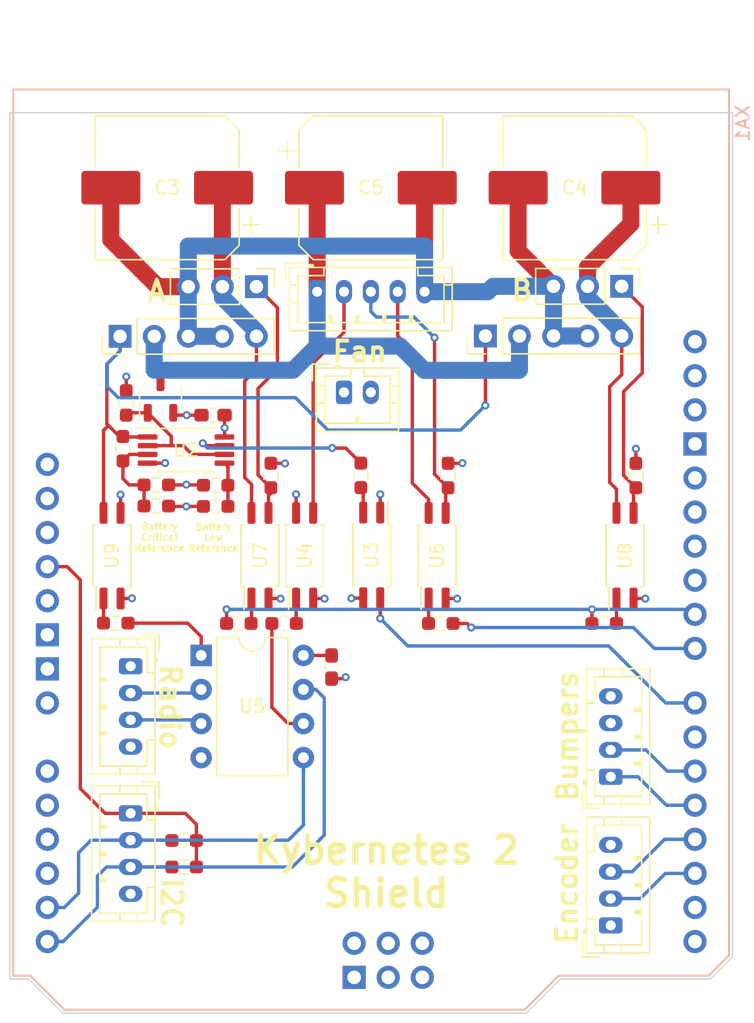
<source format=kicad_pcb>
(kicad_pcb (version 20221018) (generator pcbnew)
  (layers (0 "F.Cu" signal) (1 "In1.Cu" power) (2 "In2.Cu" power) (31 "B.Cu" signal) (34 "B.Paste" user) (35 "F.Paste" user) (36 "B.SilkS" user "B.Silkscreen") (37 "F.SilkS" user "F.Silkscreen") (38 "B.Mask" user) (39 "F.Mask" user) (44 "Edge.Cuts" user))
  (net 0 "")
  (net 1 "+5V")
  (net 2 "RADIO_CH1")
  (net 10 "RADIO_CH2")
  (net 11 "ENCODER_CHA")
  (net 12 "ENCODER_CHB")
  (net 13 "+3.3V")
  (net 14 "SDA")
  (net 15 "SCL")
  (net 16 "ESC_POWER")
  (net 21 "BUMPER_A")
  (net 22 "BUMPER_B")
  (net 23 "SERVO_DISABLE")
  (net 24 "ESC_ENABLE_LOGIC")
  (net 31 "SERVO_DISABLE_LOGIC")
  (net 33 "+12V")
  (net 34 "GND2")
  (net 35 "ESC_ENABLE")
  (net 36 "ESC_IN")
  (net 37 "MotorBattLowSense")
  (net 38 "MotorBattCritSense")
  (net 39 "MotorBattRef")
  (net 40 "Net-(R6-Pad1)")
  (net 41 "Net-(R6-Pad2)")
  (net 42 "GND")
  (net 43 "~{MotorBattLow}")
  (net 44 "ESC_IN_LOGIC")
  (net 45 "Net-(R12-Pad2)")
  (net 46 "SERVO_IN_LOGIC")
  (net 47 "Net-(R13-Pad2)")
  (net 50 "SERVO_1_IN")
  (net 51 "SERVO_1_POWER")
  (net 52 "SERVO_2_IN")
  (net 53 "SERVO_2_POWER")
  (net 54 "Net-(R18-Pad2)")
  (net 55 "Net-(R19-Pad2)")
  (net 56 "Net-(R7-Pad2)")
  (footprint "Package_SO:SOP-4_4.4x2.6mm_P1.27mm" (layer "F.Cu") (at 146.84 97.625 90)
    (fp_text reference "U4")
    (fp_text value "TCMT1104" hide)
  )
  (footprint "Resistor_SMD:R_0603_1608Metric_Pad0.98x0.95mm_HandSolder" (layer "F.Cu") (at 156.9875 102.675 180)
    (fp_text reference "R12" hide)
    (fp_text value "680" hide)
  )
  (footprint "Resistor_SMD:R_0603_1608Metric_Pad0.98x0.95mm_HandSolder" (layer "F.Cu") (at 169.1625 102.675)
    (fp_text reference "R13" hide)
    (fp_text value "680" hide)
  )
  (footprint "Resistor_SMD:R_0603_1608Metric_Pad0.98x0.95mm_HandSolder" (layer "F.Cu") (at 133.55 86.2375 -90)
    (fp_text reference "R5" hide)
    (fp_text value "75k" hide)
  )
  (footprint "Resistor_SMD:R_0603_1608Metric_Pad0.98x0.95mm_HandSolder" (layer "F.Cu") (at 140.2125 92.375 180)
    (fp_text reference "R2" hide)
    (fp_text value "22k1" hide)
  )
  (footprint "Resistor_SMD:R_0603_1608Metric_Pad0.98x0.95mm_HandSolder" (layer "F.Cu") (at 145.3125 102.675)
    (fp_text reference "R7" hide)
    (fp_text value "680" hide)
  )
  (footprint "Resistor_SMD:R_0603_1608Metric_Pad0.98x0.95mm_HandSolder" (layer "F.Cu") (at 137.8625 118.85 180)
    (fp_text reference "R8" hide)
    (fp_text value "2k2" hide)
  )
  (footprint "Resistor_SMD:R_0603_1608Metric_Pad0.98x0.95mm_HandSolder" (layer "F.Cu") (at 133.3 89.6525 90)
    (fp_text reference "R15" hide)
    (fp_text value "1M" hide)
  )
  (footprint "Capacitor_SMD:CP_Elec_10x10.5" (layer "F.Cu") (at 151.775 70.2)
    (fp_text reference "C5")
    (fp_text value "470u" hide)
  )
  (footprint "Capacitor_SMD:C_0603_1608Metric_Pad1.08x0.95mm_HandSolder" (layer "F.Cu") (at 148.85 105.9225 -90)
    (fp_text reference "C2" hide)
    (fp_text value "100n")
  )
  (footprint "Package_DIP:DIP-8_W7.62mm" (layer "F.Cu") (at 139.13 105.055)
    (fp_text reference "U5")
    (fp_text value "ATtiny85-20P")
  )
  (footprint "Capacitor_SMD:CP_Elec_10x10.5" (layer "F.Cu") (at 166.95 70.2 180)
    (fp_text reference "C4")
    (fp_text value "470u" hide)
  )
  (footprint "Connector_PinHeader_2.54mm:PinHeader_1x03_P2.54mm_Vertical" (layer "F.Cu") (at 143.25 77.575119 -90)
    (fp_text reference "J6" hide)
    (fp_text value "Servo 1" hide)
  )
  (footprint "Resistor_SMD:R_0603_1608Metric_Pad0.98x0.95mm_HandSolder" (layer "F.Cu") (at 135.7875 93.925 180)
    (fp_text reference "R3" hide)
    (fp_text value "44k2" hide)
  )
  (footprint "Connector_JST:JST_PH_B4B-PH-K_1x04_P2.00mm_Vertical" (layer "F.Cu") (at 169.65 114.1 90)
    (fp_text reference "J5" hide)
    (fp_text value "Bumper")
  )
  (footprint "Connector_JST:JST_PH_B4B-PH-K_1x04_P2.00mm_Vertical" (layer "F.Cu") (at 169.65 125.175 90)
    (fp_text reference "J3" hide)
    (fp_text value "Encoder")
  )
  (footprint "Package_SO:SOP-4_4.4x2.6mm_P1.27mm" (layer "F.Cu") (at 151.84 97.6 -90)
    (fp_text reference "U3")
    (fp_text value "TCMT1104" hide)
  )
  (footprint "Package_SO:SOP-4_4.4x2.6mm_P1.27mm" (layer "F.Cu") (at 132.49 97.625 90)
    (fp_text reference "U9")
    (fp_text value "TCMT1104" hide)
  )
  (footprint "Capacitor_SMD:C_0603_1608Metric_Pad1.08x0.95mm_HandSolder" (layer "F.Cu") (at 140.0125 87.15 180)
    (fp_text reference "C1" hide)
    (fp_text value "100n" hide)
  )
  (footprint "Connector_JST:JST_PH_B4B-PH-K_1x04_P2.00mm_Vertical" (layer "F.Cu") (at 133.875 116.825 -90)
    (fp_text reference "J4" hide)
    (fp_text value "I2C")
  )
  (footprint "arduino-library:Arduino_Uno_R3_Shield" (layer "F.Cu") (at 125.13 62.879881 -90)
    (fp_text reference "XA1")
    (fp_text value "Arduino_Uno_R3_SMD_Shield")
  )
  (footprint "Resistor_SMD:R_0603_1608Metric_Pad0.98x0.95mm_HandSolder" (layer "F.Cu") (at 137.8625 120.825 180)
    (fp_text reference "R9" hide)
    (fp_text value "2k2" hide)
  )
  (footprint "Resistor_SMD:R_0603_1608Metric_Pad0.98x0.95mm_HandSolder" (layer "F.Cu") (at 140.2125 93.95)
    (fp_text reference "R1" hide)
    (fp_text value "48k7" hide)
  )
  (footprint "Connector_JST:JST_PH_B5B-PH-K_1x05_P2.00mm_Vertical" (layer "F.Cu") (at 147.775 77.95)
    (fp_text reference "J1" hide)
    (fp_text value "ESC" hide)
  )
  (footprint "Package_SO:SOP-4_4.4x2.6mm_P1.27mm" (layer "F.Cu") (at 156.715 97.625 90)
    (fp_text reference "U6")
    (fp_text value "TCMT1104" hide)
  )
  (footprint "Connector_JST:JST_PH_B2B-PH-K_1x02_P2.00mm_Vertical" (layer "F.Cu") (at 149.775 85.45)
    (fp_text reference "J10" hide)
    (fp_text value "Fan" hide)
  )
  (footprint "Connector_PinHeader_2.54mm:PinHeader_1x05_P2.54mm_Vertical" (layer "F.Cu") (at 133.09 81.275119 90)
    (fp_text reference "J8" hide)
    (fp_text value "Servo Regulator 1" hide)
  )
  (footprint "Resistor_SMD:R_0603_1608Metric_Pad0.98x0.95mm_HandSolder" (layer "F.Cu") (at 144.325 91.65 90)
    (fp_text reference "R10" hide)
    (fp_text value "2k2" hide)
  )
  (footprint "Package_TO_SOT_SMD:SOT-23-3" (layer "F.Cu") (at 136.1 85.8375 90)
    (fp_text reference "U1" hide)
    (fp_text value "LM4040CEM3-3.0T" hide)
  )
  (footprint "Connector_PinHeader_2.54mm:PinHeader_1x05_P2.54mm_Vertical" (layer "F.Cu") (at 160.31 81.250119 90)
    (fp_text reference "J9" hide)
    (fp_text value "Servo Regulator 2" hide)
  )
  (footprint "Package_SO:TSSOP-8_4.4x3mm_P0.65mm" (layer "F.Cu") (at 138 89.75)
    (fp_text reference "U2")
    (fp_text value "LM2903" hide)
  )
  (footprint "Resistor_SMD:R_0603_1608Metric_Pad0.98x0.95mm_HandSolder" (layer "F.Cu") (at 132.7625 102.65 180)
    (fp_text reference "R19" hide)
    (fp_text value "680" hide)
  )
  (footprint "Resistor_SMD:R_0603_1608Metric_Pad0.98x0.95mm_HandSolder" (layer "F.Cu") (at 171.525 91.65 90)
    (fp_text reference "R14" hide)
    (fp_text value "2k2" hide)
  )
  (footprint "Capacitor_SMD:CP_Elec_10x10.5" (layer "F.Cu") (at 136.6 70.2 180)
    (fp_text reference "C3")
    (fp_text value "470u" hide)
  )
  (footprint "Resistor_SMD:R_0603_1608Metric_Pad0.98x0.95mm_HandSolder" (layer "F.Cu") (at 141.9375 102.675)
    (fp_text reference "R18" hide)
    (fp_text value "680" hide)
  )
  (footprint "Resistor_SMD:R_0603_1608Metric_Pad0.98x0.95mm_HandSolder" (layer "F.Cu") (at 135.7875 92.35)
    (fp_text reference "R4" hide)
    (fp_text value "22k1" hide)
  )
  (footprint "Package_SO:SOP-4_4.4x2.6mm_P1.27mm" (layer "F.Cu") (at 143.515 97.625 90)
    (fp_text reference "U7")
    (fp_text value "TCMT1104" hide)
  )
  (footprint "Connector_JST:JST_PH_B4B-PH-K_1x04_P2.00mm_Vertical" (layer "F.Cu") (at 133.875 105.86 -90)
    (fp_text reference "J2" hide)
    (fp_text value "Radio")
  )
  (footprint "Package_SO:SOP-4_4.4x2.6mm_P1.27mm" (layer "F.Cu") (at 170.715 97.625 90)
    (fp_text reference "U8")
    (fp_text value "TCMT1104" hide)
  )
  (footprint "Connector_PinHeader_2.54mm:PinHeader_1x03_P2.54mm_Vertical" (layer "F.Cu") (at 170.465 77.550119 -90)
    (fp_text reference "J7" hide)
    (fp_text value "Servo 2" hide)
  )
  (footprint "Resistor_SMD:R_0603_1608Metric_Pad0.98x0.95mm_HandSolder" (layer "F.Cu") (at 151.025 91.6375 -90)
    (fp_text reference "R6" hide)
    (fp_text value "2k2" hide)
  )
  (footprint "Resistor_SMD:R_0603_1608Metric_Pad0.98x0.95mm_HandSolder" (layer "F.Cu") (at 157.53 91.65 90)
    (fp_text reference "R11" hide)
    (fp_text value "2k2" hide)
  )
  (gr_line (start 178.725 127.525) (end 177.075 129.175) (stroke (width 0.1)) (layer "Edge.Cuts"))
  (gr_line (start 128.675 131.575) (end 126.275 129.175) (stroke (width 0.1)) (layer "Edge.Cuts"))
  (gr_line (start 178.725 73.25) (end 178.725 127.525) (stroke (width 0.1)) (layer "Edge.Cuts"))
  (gr_line (start 163.35 131.725) (end 128.825 131.725) (stroke (width 0.1)) (layer "Edge.Cuts"))
  (gr_line (start 124.875 64.61) (end 178.725 64.61) (stroke (width 0.1)) (layer "Edge.Cuts"))
  (gr_line (start 177.075 129.175) (end 165.9 129.175) (stroke (width 0.1)) (layer "Edge.Cuts"))
  (gr_line (start 128.825 131.725) (end 128.675 131.575) (stroke (width 0.1)) (layer "Edge.Cuts"))
  (gr_line (start 165.9 129.175) (end 163.35 131.725) (stroke (width 0.1)) (layer "Edge.Cuts"))
  (gr_line (start 126.275 129.175) (end 124.875 129.175) (stroke (width 0.1)) (layer "Edge.Cuts"))
  (gr_line (start 124.875 73.25) (end 124.875 64.61) (stroke (width 0.1)) (layer "Edge.Cuts"))
  (gr_line (start 178.725 64.61) (end 178.725 73.25) (stroke (width 0.1)) (layer "Edge.Cuts"))
  (gr_line (start 124.875 73.25) (end 124.875 129.175) (stroke (width 0.1)) (layer "Edge.Cuts"))
  (gr_text "Kybernetes 2\nShield" (at 152.925 123.95) (layer "F.SilkS") (effects (font (size 2 2) (thickness 0.4) bold) (justify bottom)))
  (gr_text "A" (at 134.98 78.76) (layer "F.SilkS") (effects (font (size 1.5 1.5) (thickness 0.3) bold) (justify left bottom)))
  (gr_text "Encoder" (at 167.275 126.725 90) (layer "F.SilkS") (effects (font (size 1.5 1.5) (thickness 0.3) bold) (justify left bottom)))
  (gr_text "Radio" (at 135.95 105.56 -90) (layer "F.SilkS") (effects (font (size 1.5 1.5) (thickness 0.3) bold) (justify left bottom)))
  (gr_text "B" (at 162.09 78.73) (layer "F.SilkS") (effects (font (size 1.5 1.5) (thickness 0.3) bold) (justify left bottom)))
  (gr_text "Battery\nCritical\nReference" (at 136.025 97.35) (layer "F.SilkS") (effects (font (size 0.5 0.5) (thickness 0.125)) (justify bottom)))
  (gr_text "Fan" (at 148.75 83.3) (layer "F.SilkS") (effects (font (size 1.5 1.5) (thickness 0.3) bold) (justify left bottom)))
  (gr_text "I2C" (at 136.05 121.475 -90) (layer "F.SilkS") (effects (font (size 1.5 1.5) (thickness 0.3) bold) (justify left bottom)))
  (gr_text "Bumpers" (at 167.3 116.1 90) (layer "F.SilkS") (effects (font (size 1.5 1.5) (thickness 0.3) bold) (justify left bottom)))
  (gr_text "Battery\nLow\nReference" (at 140.05 97.375) (layer "F.SilkS") (effects (font (size 0.5 0.5) (thickness 0.125)) (justify bottom)))
  (segment (start 146.75 105.055) (end 148.845 105.055) (width 0.254) (layer "F.Cu") (net 1))
  (segment (start 138.865 107.86) (end 139.13 107.595) (width 0.254) (layer "B.Cu") (net 2))
  (segment (start 133.875 107.86) (end 138.865 107.86) (width 0.254) (layer "B.Cu") (net 2))
  (segment (start 138.855 109.86) (end 139.13 110.135) (width 0.254) (layer "B.Cu") (net 10))
  (segment (start 133.875 109.86) (end 138.855 109.86) (width 0.254) (layer "B.Cu") (net 10))
  (segment (start 173.725119 121.299881) (end 175.93 121.299881) (width 0.254) (layer "B.Cu") (net 11))
  (segment (start 169.65 123.175) (end 171.85 123.175) (width 0.254) (layer "B.Cu") (net 11))
  (segment (start 171.85 123.175) (end 173.725119 121.299881) (width 0.254) (layer "B.Cu") (net 11))
  (segment (start 173.665119 118.759881) (end 175.93 118.759881) (width 0.254) (layer "B.Cu") (net 12))
  (segment (start 169.65 121.175) (end 171.25 121.175) (width 0.254) (layer "B.Cu") (net 12))
  (segment (start 171.25 121.175) (end 173.665119 118.759881) (width 0.254) (layer "B.Cu") (net 12))
  (segment (start 130.125 114.975) (end 130.125 99.425) (width 0.254) (layer "F.Cu") (net 13))
  (segment (start 138.775 117.65) (end 138.775 118.85) (width 0.254) (layer "F.Cu") (net 13))
  (segment (start 129.139881 98.439881) (end 127.67 98.439881) (width 0.254) (layer "F.Cu") (net 13))
  (segment (start 133.875 116.825) (end 131.975 116.825) (width 0.254) (layer "F.Cu") (net 13))
  (segment (start 130.125 99.425) (end 129.139881 98.439881) (width 0.254) (layer "F.Cu") (net 13))
  (segment (start 138.775 120.825) (end 138.775 118.85) (width 0.254) (layer "F.Cu") (net 13))
  (segment (start 131.975 116.825) (end 130.125 114.975) (width 0.254) (layer "F.Cu") (net 13))
  (segment (start 137.95 116.825) (end 138.775 117.65) (width 0.254) (layer "F.Cu") (net 13))
  (segment (start 133.875 116.825) (end 137.95 116.825) (width 0.254) (layer "F.Cu") (net 13))
  (segment (start 133.875 118.825) (end 136.925 118.825) (width 0.254) (layer "F.Cu") (net 14))
  (segment (start 146.75 112.675) (end 146.75 117.7) (width 0.254) (layer "B.Cu") (net 14))
  (segment (start 130 119.75) (end 130.925 118.825) (width 0.254) (layer "B.Cu") (net 14))
  (segment (start 127.67 123.839881) (end 128.935119 123.839881) (width 0.254) (layer "B.Cu") (net 14))
  (segment (start 128.935119 123.839881) (end 130 122.775) (width 0.254) (layer "B.Cu") (net 14))
  (segment (start 130.925 118.825) (end 133.875 118.825) (width 0.254) (layer "B.Cu") (net 14))
  (segment (start 133.875 118.825) (end 145.625 118.825) (width 0.254) (layer "B.Cu") (net 14))
  (segment (start 130 119.75) (end 130 122.775) (width 0.254) (layer "B.Cu") (net 14))
  (segment (start 145.625 118.825) (end 146.75 117.7) (width 0.254) (layer "B.Cu") (net 14))
  (segment (start 133.875 120.825) (end 136.95 120.825) (width 0.254) (layer "F.Cu") (net 15))
  (segment (start 148.3 108.225) (end 147.67 107.595) (width 0.254) (layer "B.Cu") (net 15))
  (segment (start 128.85 126.379881) (end 127.67 126.379881) (width 0.254) (layer "B.Cu") (net 15))
  (segment (start 145.925 120.825) (end 148.3 118.45) (width 0.254) (layer "B.Cu") (net 15))
  (segment (start 132.075 120.825) (end 131.4 121.5) (width 0.254) (layer "B.Cu") (net 15))
  (segment (start 131.4 123.825) (end 128.85 126.375) (width 0.254) (layer "B.Cu") (net 15))
  (segment (start 131.4 121.5) (end 131.4 123.825) (width 0.254) (layer "B.Cu") (net 15))
  (segment (start 147.67 107.595) (end 146.75 107.595) (width 0.254) (layer "B.Cu") (net 15))
  (segment (start 133.875 120.825) (end 132.075 120.825) (width 0.254) (layer "B.Cu") (net 15))
  (segment (start 133.875 120.825) (end 145.925 120.825) (width 0.254) (layer "B.Cu") (net 15))
  (segment (start 128.85 126.375) (end 128.85 126.379881) (width 0.254) (layer "B.Cu") (net 15))
  (segment (start 148.3 118.45) (end 148.3 108.225) (width 0.254) (layer "B.Cu") (net 15))
  (segment (start 156.08 93.43) (end 154.8625 92.2125) (width 0.254) (layer "F.Cu") (net 16))
  (segment (start 154.8625 82.3375) (end 153.775 81.25) (width 0.254) (layer "F.Cu") (net 16))
  (segment (start 153.775 81.25) (end 153.775 77.95) (width 0.254) (layer "F.Cu") (net 16))
  (segment (start 154.8625 92.2125) (end 154.8625 82.3375) (width 0.254) (layer "F.Cu") (net 16))
  (segment (start 156.08 94.4375) (end 156.08 93.43) (width 0.254) (layer "F.Cu") (net 16))
  (segment (start 175.93 116.219881) (end 173.794881 116.219881) (width 0.254) (layer "B.Cu") (net 21))
  (segment (start 171.675 114.1) (end 169.65 114.1) (width 0.254) (layer "B.Cu") (net 21))
  (segment (start 173.794881 116.219881) (end 171.675 114.1) (width 0.254) (layer "B.Cu") (net 21))
  (segment (start 175.93 113.679881) (end 173.854881 113.679881) (width 0.254) (layer "B.Cu") (net 22))
  (segment (start 173.854881 113.679881) (end 172.275 112.1) (width 0.254) (layer "B.Cu") (net 22))
  (segment (start 172.275 112.1) (end 169.65 112.1) (width 0.254) (layer "B.Cu") (net 22))
  (segment (start 160.3 86.43) (end 160.31 86.42) (width 0.254) (layer "F.Cu") (net 23))
  (segment (start 160.31 86.42) (end 160.31 81.250119) (width 0.254) (layer "F.Cu") (net 23))
  (segment (start 132.1 83.35) (end 132.1 87.8) (width 0.254) (layer "F.Cu") (net 23))
  (segment (start 132.015 88.125) (end 132.22 87.92) (width 0.254) (layer "F.Cu") (net 23))
  (segment (start 133.09 81.275119) (end 133.09 82.36) (width 0.254) (layer "F.Cu") (net 23))
  (segment (start 131.855 88.285) (end 132.015 88.125) (width 0.254) (layer "F.Cu") (net 23))
  (segment (start 131.85 88.29) (end 132.015 88.125) (width 0.254) (layer "F.Cu") (net 23))
  (segment (start 135.1375 88.775) (end 133.335 88.775) (width 0.254) (layer "F.Cu") (net 23))
  (segment (start 131.855 94.4375) (end 131.855 88.285) (width 0.254) (layer "F.Cu") (net 23))
  (segment (start 133.335 88.775) (end 133.3 88.74) (width 0.254) (layer "F.Cu") (net 23))
  (segment (start 133.09 82.36) (end 132.1 83.35) (width 0.254) (layer "F.Cu") (net 23))
  (segment (start 132.22 87.92) (end 133.04 88.74) (width 0.254) (layer "F.Cu") (net 23))
  (segment (start 133.04 88.74) (end 133.3 88.74) (width 0.254) (layer "F.Cu") (net 23))
  (segment (start 132.1 87.8) (end 132.22 87.92) (width 0.254) (layer "F.Cu") (net 23))
  (via (at 160.3 86.43) (size 0.6) (drill 0.3) (layers "F.Cu" "B.Cu") (net 23))
  (segment (start 158.47 88.26) (end 160.3 86.43) (width 0.254) (layer "B.Cu") (net 23))
  (segment (start 146.16 85.85) (end 148.57 88.26) (width 0.254) (layer "B.Cu") (net 23))
  (segment (start 132.13 83.32) (end 132.13 85.03) (width 0.254) (layer "B.Cu") (net 23))
  (segment (start 132.95 85.85) (end 146.16 85.85) (width 0.254) (layer "B.Cu") (net 23))
  (segment (start 133.09 82.36) (end 132.13 83.32) (width 0.254) (layer "B.Cu") (net 23))
  (segment (start 132.13 85.03) (end 132.95 85.85) (width 0.254) (layer "B.Cu") (net 23))
  (segment (start 133.09 81.275119) (end 133.09 82.36) (width 0.254) (layer "B.Cu") (net 23))
  (segment (start 148.57 88.26) (end 158.47 88.26) (width 0.254) (layer "B.Cu") (net 23))
  (segment (start 146.75 110.135) (end 146.74 110.125) (width 0.254) (layer "F.Cu") (net 24))
  (segment (start 144.4 108.925) (end 144.4 102.675) (width 0.254) (layer "F.Cu") (net 24))
  (segment (start 146.74 110.125) (end 145.6 110.125) (width 0.254) (layer "F.Cu") (net 24))
  (segment (start 145.6 110.125) (end 144.4 108.925) (width 0.254) (layer "F.Cu") (net 24))
  (segment (start 139.13 103.655) (end 138.125 102.65) (width 0.254) (layer "F.Cu") (net 31))
  (segment (start 138.125 102.65) (end 133.675 102.65) (width 0.254) (layer "F.Cu") (net 31))
  (segment (start 139.13 105.055) (end 139.13 103.655) (width 0.254) (layer "F.Cu") (net 31))
  (segment (start 147.775 77.95) (end 147.775 70.4) (width 1.27) (layer "F.Cu") (net 33))
  (segment (start 147.775 70.4) (end 147.575 70.2) (width 1.27) (layer "F.Cu") (net 33))
  (segment (start 146.205 93.055) (end 146.2 93.05) (width 0.254) (layer "F.Cu") (net 33))
  (segment (start 146.205 94.4375) (end 146.205 93.055) (width 0.254) (layer "F.Cu") (net 33))
  (segment (start 136.725 93.95) (end 136.7 93.925) (width 0.254) (layer "F.Cu") (net 33))
  (segment (start 138.025 93.95) (end 136.725 93.95) (width 0.254) (layer "F.Cu") (net 33))
  (segment (start 139.3 93.95) (end 138.025 93.95) (width 0.254) (layer "F.Cu") (net 33))
  (segment (start 152.475 94.4125) (end 152.475 93.05) (width 0.254) (layer "F.Cu") (net 33))
  (segment (start 133.55 85.325) (end 133.55 84.275) (width 0.254) (layer "F.Cu") (net 33))
  (segment (start 140.875 88.7625) (end 140.8625 88.775) (width 0.254) (layer "F.Cu") (net 33))
  (segment (start 140.875 88.1) (end 140.875 88.7625) (width 0.254) (layer "F.Cu") (net 33))
  (segment (start 140.875 87.15) (end 140.875 88.1) (width 0.254) (layer "F.Cu") (net 33))
  (via (at 138.025 93.95) (size 0.6) (drill 0.3) (layers "F.Cu" "B.Cu") (net 33))
  (via (at 146.2 93.05) (size 0.6) (drill 0.3) (layers "F.Cu" "B.Cu") (net 33))
  (via (at 140.875 88.1) (size 0.6) (drill 0.3) (layers "F.Cu" "B.Cu") (net 33))
  (via (at 152.475 93.05) (size 0.6) (drill 0.3) (layers "F.Cu" "B.Cu") (net 33))
  (via (at 133.55 84.275) (size 0.6) (drill 0.3) (layers "F.Cu" "B.Cu") (net 33))
  (segment (start 145.98 83.8) (end 135.65 83.8) (width 1.27) (layer "B.Cu") (net 33))
  (segment (start 135.63 83.78) (end 135.65 83.8) (width 1.27) (layer "B.Cu") (net 33))
  (segment (start 155.76 83.81) (end 162.82 83.81) (width 1.27) (layer "B.Cu") (net 33))
  (segment (start 147.775 82.005) (end 147.775 77.95) (width 1.27) (layer "B.Cu") (net 33))
  (segment (start 162.82 83.81) (end 162.85 83.78) (width 1.27) (layer "B.Cu") (net 33))
  (segment (start 153.955 82.005) (end 155.76 83.81) (width 1.27) (layer "B.Cu") (net 33))
  (segment (start 147.775 82.005) (end 153.955 82.005) (width 1.27) (layer "B.Cu") (net 33))
  (segment (start 135.63 81.275119) (end 135.63 83.78) (width 1.27) (layer "B.Cu") (net 33))
  (segment (start 147.775 82.005) (end 145.98 83.8) (width 1.27) (layer "B.Cu") (net 33))
  (segment (start 162.85 83.78) (end 162.85 81.250119) (width 1.27) (layer "B.Cu") (net 33))
  (segment (start 138.05 87.15) (end 137.225 87.15) (width 0.254) (layer "F.Cu") (net 34))
  (segment (start 138.025 92.325) (end 138.05 92.35) (width 0.254) (layer "F.Cu") (net 34))
  (segment (start 132.4 70.2) (end 132.4 74.08) (width 1.27) (layer "F.Cu") (net 34))
  (segment (start 136.7 92.35) (end 138 92.35) (width 0.254) (layer "F.Cu") (net 34))
  (segment (start 136.435 90.725) (end 136.44 90.72) (width 0.254) (layer "F.Cu") (net 34))
  (segment (start 139.15 87.15) (end 138.05 87.15) (width 0.254) (layer "F.Cu") (net 34))
  (segment (start 137.225 87.15) (end 137.05 86.975) (width 0.254) (layer "F.Cu") (net 34))
  (segment (start 133.125 94.4375) (end 133.125 93.075) (width 0.254) (layer "F.Cu") (net 34))
  (segment (start 155.775 70.4) (end 155.975 70.2) (width 1.27) (layer "F.Cu") (net 34))
  (segment (start 171.525 90.7375) (end 171.525 89.65) (width 0.254) (layer "F.Cu") (net 34))
  (segment (start 132.4 74.08) (end 135.895119 77.575119) (width 1.27) (layer "F.Cu") (net 34))
  (segment (start 138 92.35) (end 138.025 92.325) (width 0.254) (layer "F.Cu") (net 34))
  (segment (start 135.1375 90.725) (end 136.435 90.725) (width 0.254) (layer "F.Cu") (net 34))
  (segment (start 162.75 70.2) (end 162.75 74.915119) (width 1.27) (layer "F.Cu") (net 34))
  (segment (start 162.75 74.915119) (end 165.385 77.550119) (width 1.27) (layer "F.Cu") (net 34))
  (segment (start 155.775 77.95) (end 155.775 70.4) (width 1.27) (layer "F.Cu") (net 34))
  (segment (start 144.325 90.7375) (end 145.3625 90.7375) (width 0.254) (layer "F.Cu") (net 34))
  (segment (start 157.53 90.7375) (end 158.5875 90.7375) (width 0.254) (layer "F.Cu") (net 34))
  (segment (start 158.5875 90.7375) (end 158.6 90.725) (width 0.254) (layer "F.Cu") (net 34))
  (segment (start 139.275 92.35) (end 139.3 92.375) (width 0.254) (layer "F.Cu") (net 34))
  (segment (start 138.17 77.575119) (end 135.895119 77.575119) (width 1.27) (layer "F.Cu") (net 34))
  (segment (start 145.3625 90.7375) (end 145.375 90.75) (width 0.254) (layer "F.Cu") (net 34))
  (segment (start 138.05 92.35) (end 139.275 92.35) (width 0.254) (layer "F.Cu") (net 34))
  (via (at 133.125 93.075) (size 0.6) (drill 0.3) (layers "F.Cu" "B.Cu") (net 34))
  (via (at 158.6 90.725) (size 0.6) (drill 0.3) (layers "F.Cu" "B.Cu") (net 34))
  (via (at 136.44 90.72) (size 0.6) (drill 0.3) (layers "F.Cu" "B.Cu") (net 34))
  (via (at 145.375 90.75) (size 0.6) (drill 0.3) (layers "F.Cu" "B.Cu") (net 34))
  (via (at 171.525 89.65) (size 0.6) (drill 0.3) (layers "F.Cu" "B.Cu") (net 34))
  (via (at 138.05 87.15) (size 0.6) (drill 0.3) (layers "F.Cu" "B.Cu") (net 34))
  (via (at 138.025 92.325) (size 0.6) (drill 0.3) (layers "F.Cu" "B.Cu") (net 34))
  (segment (start 138.17 74.55) (end 155.77 74.55) (width 1.27) (layer "B.Cu") (net 34))
  (segment (start 165.39 81.250119) (end 167.93 81.250119) (width 1.27) (layer "B.Cu") (net 34))
  (segment (start 155.775 74.555) (end 155.77 74.55) (width 1.27) (layer "B.Cu") (net 34))
  (segment (start 165.385 81.245119) (end 165.39 81.250119) (width 1.27) (layer "B.Cu") (net 34))
  (segment (start 138.17 75.455) (end 138.17 74.55) (width 1.27) (layer "B.Cu") (net 34))
  (segment (start 138.17 81.275119) (end 140.71 81.275119) (width 1.27) (layer "B.Cu") (net 34))
  (segment (start 165.385 77.550119) (end 165.385 81.245119) (width 1.27) (layer "B.Cu") (net 34))
  (segment (start 138.17 77.575119) (end 138.17 75.455) (width 1.27) (layer "B.Cu") (net 34))
  (segment (start 160.889881 77.550119) (end 160.49 77.95) (width 1.27) (layer "B.Cu") (net 34))
  (segment (start 165.385 77.550119) (end 160.889881 77.550119) (width 1.27) (layer "B.Cu") (net 34))
  (segment (start 155.775 77.95) (end 160.49 77.95) (width 1.27) (layer "B.Cu") (net 34))
  (segment (start 138.17 81.275119) (end 138.17 77.575119) (width 1.27) (layer "B.Cu") (net 34))
  (segment (start 155.775 77.95) (end 155.775 74.555) (width 1.27) (layer "B.Cu") (net 34))
  (segment (start 147.475 88.225) (end 147.475 94.4375) (width 0.254) (layer "F.Cu") (net 35))
  (segment (start 147.475 88.225) (end 147.475 83.27) (width 0.254) (layer "F.Cu") (net 35))
  (segment (start 147.475 83.27) (end 149.775 80.97) (width 0.254) (layer "F.Cu") (net 35))
  (segment (start 149.775 77.95) (end 149.775 80.97) (width 0.254) (layer "F.Cu") (net 35))
  (segment (start 156.52125 91.55375) (end 157.53 92.5625) (width 0.254) (layer "F.Cu") (net 36))
  (segment (start 157.35 94.4375) (end 157.35 92.7425) (width 0.254) (layer "F.Cu") (net 36))
  (segment (start 156.52125 91.55375) (end 156.52125 81.37125) (width 0.254) (layer "F.Cu") (net 36))
  (segment (start 157.35 92.7425) (end 157.53 92.5625) (width 0.254) (layer "F.Cu") (net 36))
  (via (at 156.52125 81.37125) (size 0.6) (drill 0.3) (layers "F.Cu" "B.Cu") (net 36))
  (segment (start 154.99 79.84) (end 156.52125 81.37125) (width 0.254) (layer "B.Cu") (net 36))
  (segment (start 151.775 79.425) (end 152.19 79.84) (width 0.254) (layer "B.Cu") (net 36))
  (segment (start 151.775 77.95) (end 151.775 79.425) (width 0.254) (layer "B.Cu") (net 36))
  (segment (start 152.19 79.84) (end 154.99 79.84) (width 0.254) (layer "B.Cu") (net 36))
  (segment (start 141.125 92.375) (end 141.125 90.9875) (width 0.254) (layer "F.Cu") (net 37))
  (segment (start 141.125 93.95) (end 141.125 92.375) (width 0.254) (layer "F.Cu") (net 37))
  (segment (start 141.125 90.9875) (end 140.8625 90.725) (width 0.254) (layer "F.Cu") (net 37))
  (segment (start 133.79 90.075) (end 135.1375 90.075) (width 0.254) (layer "F.Cu") (net 38))
  (segment (start 133.3 90.565) (end 133.3 91.88) (width 0.254) (layer "F.Cu") (net 38))
  (segment (start 133.77 92.35) (end 134.875 92.35) (width 0.254) (layer "F.Cu") (net 38))
  (segment (start 133.3 90.565) (end 133.79 90.075) (width 0.254) (layer "F.Cu") (net 38))
  (segment (start 133.3 91.88) (end 133.77 92.35) (width 0.254) (layer "F.Cu") (net 38))
  (segment (start 134.875 93.925) (end 134.875 92.35) (width 0.254) (layer "F.Cu") (net 38))
  (segment (start 138.45 90.075) (end 140.8625 90.075) (width 0.254) (layer "F.Cu") (net 39))
  (segment (start 133.725 86.975) (end 133.55 87.15) (width 0.254) (layer "F.Cu") (net 39))
  (segment (start 135.15 86.975) (end 133.725 86.975) (width 0.254) (layer "F.Cu") (net 39))
  (segment (start 137.8 89.425) (end 138.45 90.075) (width 0.254) (layer "F.Cu") (net 39))
  (segment (start 136.9 89.425) (end 136.9 88.725) (width 0.254) (layer "F.Cu") (net 39))
  (segment (start 135.1375 89.425) (end 136.9 89.425) (width 0.254) (layer "F.Cu") (net 39))
  (segment (start 136.9 89.425) (end 137.8 89.425) (width 0.254) (layer "F.Cu") (net 39))
  (segment (start 136.9 88.725) (end 135.15 86.975) (width 0.254) (layer "F.Cu") (net 39))
  (segment (start 151.025 90.725) (end 149.904 89.604) (width 0.254) (layer "F.Cu") (net 40))
  (segment (start 140.8625 89.425) (end 139.425 89.425) (width 0.254) (layer "F.Cu") (net 40))
  (segment (start 149.904 89.604) (end 148.904 89.604) (width 0.254) (layer "F.Cu") (net 40))
  (segment (start 139.425 89.425) (end 139.25 89.25) (width 0.254) (layer "F.Cu") (net 40))
  (segment (start 148.904 89.604) (end 148.9 89.6) (width 0.254) (layer "F.Cu") (net 40))
  (via (at 139.25 89.25) (size 0.6) (drill 0.3) (layers "F.Cu" "B.Cu") (net 40))
  (via (at 148.9 89.6) (size 0.6) (drill 0.3) (layers "F.Cu" "B.Cu") (net 40))
  (segment (start 148.9 89.6) (end 139.608 89.6) (width 0.254) (layer "B.Cu") (net 40))
  (segment (start 139.608 89.6) (end 139.604 89.604) (width 0.254) (layer "B.Cu") (net 40))
  (segment (start 139.25 89.25) (end 139.604 89.604) (width 0.254) (layer "B.Cu") (net 40))
  (segment (start 151.205 94.4125) (end 151.205 92.73) (width 0.254) (layer "F.Cu") (net 41))
  (segment (start 151.205 92.73) (end 151.025 92.55) (width 0.254) (layer "F.Cu") (net 41))
  (segment (start 133.125 100.8125) (end 133.9625 100.8125) (width 0.254) (layer "F.Cu") (net 42))
  (segment (start 157.35 100.8125) (end 158.1875 100.8125) (width 0.254) (layer "F.Cu") (net 42))
  (segment (start 150.3375 100.7875) (end 150.325 100.8) (width 0.254) (layer "F.Cu") (net 42))
  (segment (start 145.0375 100.8125) (end 145.05 100.825) (width 0.254) (layer "F.Cu") (net 42))
  (segment (start 133.9625 100.8125) (end 133.975 100.8) (width 0.254) (layer "F.Cu") (net 42))
  (segment (start 171.35 100.8125) (end 172.2125 100.8125) (width 0.254) (layer "F.Cu") (net 42))
  (segment (start 148.85 106.785) (end 149.9 106.785) (width 0.254) (layer "F.Cu") (net 42))
  (segment (start 172.2125 100.8125) (end 172.225 100.825) (width 0.254) (layer "F.Cu") (net 42))
  (segment (start 158.1875 100.8125) (end 158.2 100.825) (width 0.254) (layer "F.Cu") (net 42))
  (segment (start 144.15 100.8125) (end 145.0375 100.8125) (width 0.254) (layer "F.Cu") (net 42))
  (segment (start 148.3125 100.8125) (end 148.325 100.825) (width 0.254) (layer "F.Cu") (net 42))
  (segment (start 147.475 100.8125) (end 148.3125 100.8125) (width 0.254) (layer "F.Cu") (net 42))
  (segment (start 151.205 100.7875) (end 150.3375 100.7875) (width 0.254) (layer "F.Cu") (net 42))
  (via (at 149.9 106.675) (size 0.6) (drill 0.3) (layers "F.Cu" "B.Cu") (net 42))
  (via (at 145.05 100.825) (size 0.6) (drill 0.3) (layers "F.Cu" "B.Cu") (net 42))
  (via (at 158.2 100.825) (size 0.6) (drill 0.3) (layers "F.Cu" "B.Cu") (net 42))
  (via (at 133.975 100.8) (size 0.6) (drill 0.3) (layers "F.Cu" "B.Cu") (net 42))
  (via (at 150.325 100.8) (size 0.6) (drill 0.3) (layers "F.Cu" "B.Cu") (net 42))
  (via (at 172.225 100.825) (size 0.6) (drill 0.3) (layers "F.Cu" "B.Cu") (net 42))
  (via (at 148.325 100.825) (size 0.6) (drill 0.3) (layers "F.Cu" "B.Cu") (net 42))
  (segment (start 152.475 100.7875) (end 152.475 102.3) (width 0.254) (layer "F.Cu") (net 43))
  (via (at 152.475 102.3) (size 0.6) (drill 0.3) (layers "F.Cu" "B.Cu") (net 43))
  (segment (start 152.475 102.3) (end 154.525 104.35) (width 0.254) (layer "B.Cu") (net 43))
  (segment (start 154.525 104.35) (end 169.5 104.35) (width 0.254) (layer "B.Cu") (net 43))
  (segment (start 173.749881 108.599881) (end 175.93 108.599881) (width 0.254) (layer "B.Cu") (net 43))
  (segment (start 169.5 104.35) (end 173.749881 108.599881) (width 0.254) (layer "B.Cu") (net 43))
  (segment (start 157.9 102.675) (end 158.95 102.675) (width 0.254) (layer "F.Cu") (net 44))
  (segment (start 158.95 102.675) (end 159.25 102.975) (width 0.254) (layer "F.Cu") (net 44))
  (via (at 159.25 102.975) (size 0.6) (drill 0.3) (layers "F.Cu" "B.Cu") (net 44))
  (segment (start 172.9 104.535881) (end 175.93 104.535881) (width 0.254) (layer "B.Cu") (net 44))
  (segment (start 171.339119 102.975) (end 172.9 104.535881) (width 0.254) (layer "B.Cu") (net 44))
  (segment (start 159.25 102.975) (end 171.339119 102.975) (width 0.254) (layer "B.Cu") (net 44))
  (segment (start 156.08 102.67) (end 156.075 102.675) (width 0.254) (layer "F.Cu") (net 45))
  (segment (start 156.08 100.8125) (end 156.08 102.67) (width 0.254) (layer "F.Cu") (net 45))
  (segment (start 141.025 102.675) (end 141.025 101.625) (width 0.254) (layer "F.Cu") (net 46))
  (segment (start 168.25 102.675) (end 168.25 101.625) (width 0.254) (layer "F.Cu") (net 46))
  (via (at 141.025 101.625) (size 0.6) (drill 0.3) (layers "F.Cu" "B.Cu") (net 46))
  (via (at 168.25 101.625) (size 0.6) (drill 0.3) (layers "F.Cu" "B.Cu") (net 46))
  (segment (start 141.025 101.625) (end 168.25 101.625) (width 0.254) (layer "B.Cu") (net 46))
  (segment (start 175.559119 101.625) (end 175.93 101.995881) (width 0.254) (layer "B.Cu") (net 46))
  (segment (start 168.25 101.625) (end 175.559119 101.625) (width 0.254) (layer "B.Cu") (net 46))
  (segment (start 170.08 102.67) (end 170.075 102.675) (width 0.254) (layer "F.Cu") (net 47))
  (segment (start 170.08 100.8125) (end 170.08 102.67) (width 0.254) (layer "F.Cu") (net 47))
  (segment (start 143.36875 85.16869) (end 144.812441 83.725) (width 0.254) (layer "F.Cu") (net 50))
  (segment (start 144.812441 83.725) (end 144.812441 79.137559) (width 0.254) (layer "F.Cu") (net 50))
  (segment (start 144.325 92.5625) (end 143.36875 91.60625) (width 0.254) (layer "F.Cu") (net 50))
  (segment (start 144.15 93.15) (end 144.15 94.4375) (width 0.254) (layer "F.Cu") (net 50))
  (segment (start 144.812441 79.137559) (end 143.25 77.575119) (width 0.254) (layer "F.Cu") (net 50))
  (segment (start 144.325 92.5625) (end 144.325 92.975) (width 0.254) (layer "F.Cu") (net 50))
  (segment (start 143.36875 91.60625) (end 143.36875 85.16869) (width 0.254) (layer "F.Cu") (net 50))
  (segment (start 144.325 92.975) (end 144.15 93.15) (width 0.254) (layer "F.Cu") (net 50))
  (segment (start 142.88 92.305) (end 142.375 91.8) (width 0.254) (layer "F.Cu") (net 51))
  (segment (start 140.71 77.575119) (end 140.71 70.29) (width 1.27) (layer "F.Cu") (net 51))
  (segment (start 142.375 91.8) (end 142.375 84.6) (width 0.254) (layer "F.Cu") (net 51))
  (segment (start 142.375 84.6) (end 143.25 83.725) (width 0.254) (layer "F.Cu") (net 51))
  (segment (start 142.88 94.4375) (end 142.88 92.305) (width 0.254) (layer "F.Cu") (net 51))
  (segment (start 143.25 83.725) (end 143.25 81.275119) (width 0.254) (layer "F.Cu") (net 51))
  (segment (start 140.71 70.29) (end 140.8 70.2) (width 1.27) (layer "F.Cu") (net 51))
  (segment (start 143.25 80.91) (end 143.25 81.275119) (width 1.27) (layer "B.Cu") (net 51))
  (segment (start 140.71 78.37) (end 143.25 80.91) (width 1.27) (layer "B.Cu") (net 51))
  (segment (start 140.71 77.575119) (end 140.71 78.37) (width 1.27) (layer "B.Cu") (net 51))
  (segment (start 170.60625 85.39375) (end 172 84) (width 0.254) (layer "F.Cu") (net 52))
  (segment (start 171.35 94.4375) (end 171.35 92.7375) (width 0.254) (layer "F.Cu") (net 52))
  (segment (start 172 84) (end 172 79.085119) (width 0.254) (layer "F.Cu") (net 52))
  (segment (start 171.525 92.5625) (end 170.60625 91.64375) (width 0.254) (layer "F.Cu") (net 52))
  (segment (start 170.60625 91.64375) (end 170.60625 85.39375) (width 0.254) (layer "F.Cu") (net 52))
  (segment (start 172 79.085119) (end 170.465 77.550119) (width 0.254) (layer "F.Cu") (net 52))
  (segment (start 170.47 84.125) (end 169.575 85.02) (width 0.254) (layer "F.Cu") (net 53))
  (segment (start 170.47 81.250119) (end 170.47 84.125) (width 0.254) (layer "F.Cu") (net 53))
  (segment (start 170.08 94.4375) (end 170.08 92.6625) (width 0.254) (layer "F.Cu") (net 53))
  (segment (start 171.15 70.2) (end 171.15 72.895) (width 1.27) (layer "F.Cu") (net 53))
  (segment (start 169.575 85.02) (end 169.575 92.1625) (width 0.254) (layer "F.Cu") (net 53))
  (segment (start 169.575 92.1625) (end 170.075 92.6625) (width 0.254) (layer "F.Cu") (net 53))
  (segment (start 171.15 72.895) (end 167.925 76.12) (width 1.27) (layer "F.Cu") (net 53))
  (segment (start 167.925 77.550119) (end 167.925 76.12) (width 1.27) (layer "F.Cu") (net 53))
  (segment (start 167.925 77.550119) (end 167.925 78.365) (width 1.27) (layer "B.Cu") (net 53))
  (segment (start 170.47 80.91) (end 170.47 81.250119) (width 1.27) (layer "B.Cu") (net 53))
  (segment (start 170.36 81.140119) (end 170.47 81.250119) (width 1.27) (layer "B.Cu") (net 53))
  (segment (start 167.925 78.365) (end 170.47 80.91) (width 1.27) (layer "B.Cu") (net 53))
  (segment (start 142.88 102.645) (end 142.85 102.675) (width 0.254) (layer "F.Cu") (net 54))
  (segment (start 142.88 100.8125) (end 142.88 102.645) (width 0.254) (layer "F.Cu") (net 54))
  (segment (start 131.855 102.645) (end 131.85 102.65) (width 0.254) (layer "F.Cu") (net 55))
  (segment (start 131.855 100.8125) (end 131.855 102.645) (width 0.254) (layer "F.Cu") (net 55))
  (segment (start 146.205 100.8125) (end 146.205 102.655) (width 0.254) (layer "F.Cu") (net 56))
  (segment (start 146.205 102.655) (end 146.225 102.675) (width 0.254) (layer "F.Cu") (net 56))
)
</source>
